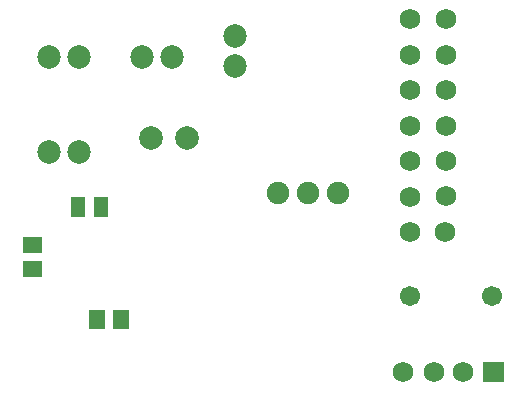
<source format=gts>
G04 Layer: TopSolderMaskLayer*
G04 EasyEDA v6.4.19.5, 2021-04-26T22:05:49--7:00*
G04 3865de02122e4a29b7e4d10c01c85813,debd25b7e7f645e7808fdd9718494454,10*
G04 Gerber Generator version 0.2*
G04 Scale: 100 percent, Rotated: No, Reflected: No *
G04 Dimensions in millimeters *
G04 leading zeros omitted , absolute positions ,4 integer and 5 decimal *
%FSLAX45Y45*%
%MOMM*%

%ADD26C,1.9032*%
%ADD27C,1.7016*%
%ADD30C,1.7272*%
%ADD32C,1.9912*%
%ADD33C,2.0032*%

%LPD*%
D26*
G01*
X8001254Y6523736D03*
G01*
X8251190Y6523736D03*
G01*
X8501379Y6523736D03*
D27*
G01*
X9811511Y5651500D03*
G01*
X9111513Y5651500D03*
G36*
X5834634Y5812028D02*
G01*
X5834634Y5948171D01*
X6001765Y5948171D01*
X6001765Y5812028D01*
G37*
G36*
X5834634Y6015228D02*
G01*
X5834634Y6151371D01*
X6001765Y6151371D01*
X6001765Y6015228D01*
G37*
G36*
X6396227Y5364734D02*
G01*
X6396227Y5531865D01*
X6532372Y5531865D01*
X6532372Y5364734D01*
G37*
G36*
X6599427Y5364734D02*
G01*
X6599427Y5531865D01*
X6735572Y5531865D01*
X6735572Y5364734D01*
G37*
D30*
G01*
X9561322Y5003800D03*
G36*
X9735058Y4918202D02*
G01*
X9735058Y5090921D01*
X9907777Y5090921D01*
X9907777Y4918202D01*
G37*
G01*
X9314434Y5003800D03*
G01*
X9059418Y5003800D03*
D32*
G01*
X7099300Y7670800D03*
G01*
X6845300Y7670800D03*
D33*
G01*
X6923887Y6988200D03*
G01*
X7223886Y6988200D03*
D30*
G01*
X9416084Y6491401D03*
G01*
X9414205Y6190691D03*
G01*
X9417811Y6787591D03*
G01*
X9417811Y7088759D03*
G01*
X9416897Y7389926D03*
G01*
X9416897Y7689926D03*
G01*
X9416897Y7989925D03*
G01*
X9116898Y7989925D03*
G01*
X9116898Y7689926D03*
G01*
X9116898Y7389926D03*
G01*
X9116898Y7089927D03*
G01*
X9116898Y6789928D03*
G01*
X9116898Y6489928D03*
G01*
X9116898Y6189929D03*
G36*
X6440677Y6313170D02*
G01*
X6440677Y6488429D01*
X6561074Y6488429D01*
X6561074Y6313170D01*
G37*
G36*
X6240525Y6313170D02*
G01*
X6240525Y6488429D01*
X6360922Y6488429D01*
X6360922Y6313170D01*
G37*
D32*
G01*
X6311900Y6870700D03*
G01*
X6057900Y6870700D03*
G01*
X6311900Y7670800D03*
G01*
X6057900Y7670800D03*
G01*
X7632700Y7594600D03*
G01*
X7632700Y7848600D03*
M02*

</source>
